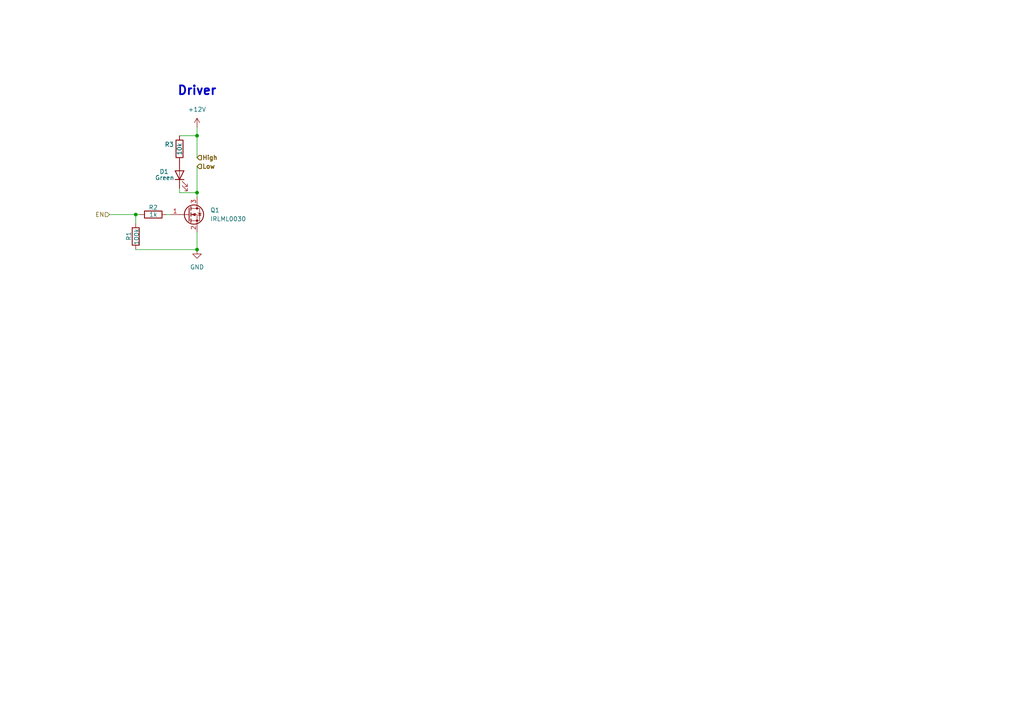
<source format=kicad_sch>
(kicad_sch (version 20231120) (generator "eeschema") (generator_version "8.0")
  (paper "A4")
  (lib_symbols
    (symbol "Device:LED" (pin_numbers hide) (pin_names (offset 1.016) hide)
      (property "Reference" "D" (at 0 2.54 0))
      (property "Value" "LED" (at 0 -2.54 0))
      (symbol "LED_0_1"
        (polyline (pts (xy -1.27 -1.27) (xy -1.27 1.27)) (stroke (width 0.254)))
        (polyline (pts (xy -1.27 0) (xy 1.27 0)))
        (polyline (pts (xy 1.27 -1.27) (xy 1.27 1.27) (xy -1.27 0) (xy 1.27 -1.27)) (stroke (width 0.254)))
        (polyline (pts (xy -3.048 -0.762) (xy -4.572 -2.286) (xy -3.81 -2.286) (xy -4.572 -2.286) (xy -4.572 -1.524)))
        (polyline (pts (xy -1.778 -0.762) (xy -3.302 -2.286) (xy -2.54 -2.286) (xy -3.302 -2.286) (xy -3.302 -1.524)))
      )
      (symbol "LED_1_1"
        (pin passive line (at -3.81 0 0) (length 2.54) (name "K") (number "1"))
        (pin passive line (at 3.81 0 180) (length 2.54) (name "A") (number "2"))
      )
    )
    (symbol "Device:R" (pin_numbers hide) (pin_names (offset 0))
      (property "Reference" "R" (at 2.032 0 90))
      (property "Value" "R" (at 0 0 90))
      (symbol "R_0_1"
        (rectangle (start -1.016 -2.54) (end 1.016 2.54) (stroke (width 0.254)))
      )
      (symbol "R_1_1"
        (pin passive line (at 0 3.81 270) (length 1.27) (name "~") (number "1"))
        (pin passive line (at 0 -3.81 90) (length 1.27) (name "~") (number "2"))
      )
    )
    (symbol "Transistor_FET:IRLML0030" (pin_names hide)
      (property "Reference" "Q" (at 5.08 1.905 0))
      (property "Value" "IRLML0030" (at 5.08 0 0))
      (symbol "IRLML0030_0_1"
        (polyline (pts (xy 0.254 0) (xy -2.54 0)))
        (polyline (pts (xy 0.254 1.905) (xy 0.254 -1.905)) (stroke (width 0.254)))
        (polyline (pts (xy 0.762 -1.27) (xy 0.762 -2.286)) (stroke (width 0.254)))
        (polyline (pts (xy 0.762 0.508) (xy 0.762 -0.508)) (stroke (width 0.254)))
        (polyline (pts (xy 0.762 2.286) (xy 0.762 1.27)) (stroke (width 0.254)))
        (polyline (pts (xy 2.54 2.54) (xy 2.54 1.778)))
        (polyline (pts (xy 2.54 -2.54) (xy 2.54 0) (xy 0.762 0)))
        (polyline (pts (xy 0.762 -1.778) (xy 3.302 -1.778) (xy 3.302 1.778) (xy 0.762 1.778)))
        (polyline (pts (xy 1.016 0) (xy 2.032 0.381) (xy 2.032 -0.381) (xy 1.016 0)) (fill (type outline)))
        (polyline (pts (xy 2.794 0.508) (xy 2.921 0.381) (xy 3.683 0.381) (xy 3.81 0.254)))
        (polyline (pts (xy 3.302 0.381) (xy 2.921 -0.254) (xy 3.683 -0.254) (xy 3.302 0.381)))
        (circle (center 1.651 0) (radius 2.794) (stroke (width 0.254)))
        (circle (center 2.54 -1.778) (radius 0.254) (fill (type outline)))
        (circle (center 2.54 1.778) (radius 0.254) (fill (type outline)))
      )
      (symbol "IRLML0030_1_1"
        (pin input line (at -5.08 0 0) (length 2.54) (name "G") (number "1"))
        (pin passive line (at 2.54 -5.08 90) (length 2.54) (name "S") (number "2"))
        (pin passive line (at 2.54 5.08 270) (length 2.54) (name "D") (number "3"))
      )
    )
    (symbol "power:+12V" (power) (pin_numbers hide) (pin_names (offset 0) hide)
      (property "Value" "+12V" (at 0 3.556 0))
      (symbol "+12V_0_1"
        (polyline (pts (xy -0.762 1.27) (xy 0 2.54)))
        (polyline (pts (xy 0 0) (xy 0 2.54)))
        (polyline (pts (xy 0 2.54) (xy 0.762 1.27)))
      )
      (symbol "+12V_1_1"
        (pin power_in line (at 0 0 90) (length 0) (name "~") (number "1"))
      )
    )
    (symbol "power:GND" (power) (pin_numbers hide) (pin_names (offset 0) hide)
      (property "Value" "GND" (at 0 -3.81 0))
      (symbol "GND_0_1"
        (polyline (pts (xy 0 0) (xy 0 -1.27) (xy 1.27 -1.27) (xy 0 -2.54) (xy -1.27 -1.27) (xy 0 -1.27)))
      )
      (symbol "GND_1_1"
        (pin power_in line (at 0 0 270) (length 0) (name "~") (number "1"))
      )
    )
  )
  (junction (at 57.15 39.37))
  (junction (at 57.15 72.39))
  (junction (at 57.15 55.88))
  (junction (at 39.37 62.23))
  (wire (pts (xy 31.75 62.23) (xy 39.37 62.23)))
  (wire (pts (xy 57.15 55.88) (xy 57.15 57.15)))
  (wire (pts (xy 57.15 67.31) (xy 57.15 72.39)))
  (wire (pts (xy 52.07 55.88) (xy 52.07 54.61)))
  (wire (pts (xy 40.64 62.23) (xy 39.37 62.23)))
  (wire (pts (xy 57.15 36.83) (xy 57.15 39.37)))
  (wire (pts (xy 57.15 45.72) (xy 57.15 39.37)))
  (wire (pts (xy 49.53 62.23) (xy 48.26 62.23)))
  (wire (pts (xy 39.37 72.39) (xy 57.15 72.39)))
  (wire (pts (xy 57.15 39.37) (xy 52.07 39.37)))
  (wire (pts (xy 57.15 55.88) (xy 52.07 55.88)))
  (wire (pts (xy 39.37 62.23) (xy 39.37 64.77)))
  (wire (pts (xy 57.15 48.26) (xy 57.15 55.88)))
  (text "Driver\n" (at 57.15 26.416 0) (effects (font (size 2.54 2.54) (thickness 0.508) (bold yes))))
  (hierarchical_label "High" (shape input) (at 57.15 45.72 0) (effects (font (thickness 0.254) (bold yes))))
  (hierarchical_label "Low" (shape input) (at 57.15 48.26 0) (effects (font (thickness 0.254) (bold yes))))
  (hierarchical_label "EN" (shape input) (at 31.75 62.23 180))
  (symbol (lib_id "Device:R") (at 39.37 68.58 0) (unit 1)
    (property "Reference" "R1" (at 37.338 69.85 90) (effects (justify left)))
    (property "Value" "100k" (at 39.624 71.12 90) (effects (justify left)))
    (property "Description" "Resistor" (effects (hide yes)))
  )
  (symbol (lib_id "Device:R") (at 44.45 62.23 90) (unit 1)
    (property "Reference" "R2" (at 44.45 60.198 90))
    (property "Value" "1k" (at 44.45 62.23 90))
    (property "Description" "Resistor" (effects (hide yes)))
  )
  (symbol (lib_id "power:GND") (at 57.15 72.39 0) (unit 1)
    (property "Reference" "#PWR02" (effects (hide yes)))
    (property "Value" "GND" (at 57.15 77.47 0))
    (property "Description" "Power symbol creates a global label with name \"GND\" , ground" (effects (hide yes)))
  )
  (symbol (lib_id "Transistor_FET:IRLML0030") (at 54.61 62.23 0) (unit 1)
    (property "Reference" "Q1" (at 60.96 60.9599 0) (effects (justify left)))
    (property "Value" "IRLML0030" (at 60.96 63.4999 0) (effects (justify left)))
    (property "Footprint" "Package_TO_SOT_SMD:SOT-23" (effects (hide yes)))
    (property "Datasheet" "https://www.infineon.com/dgdl/irlml0030pbf.pdf?fileId=5546d462533600a401535664773825df" (effects (hide yes)))
    (property "Description" "5.3A Id, 30V Vds, 27mOhm Rds, N-Channel HEXFET Power MOSFET, SOT-23" (effects (hide yes)))
  )
  (symbol (lib_id "power:+12V") (at 57.15 36.83 0) (unit 1)
    (property "Reference" "#PWR01" (effects (hide yes)))
    (property "Value" "+12V" (at 57.15 31.75 0))
    (property "Description" "Power symbol creates a global label with name \"+12V\"" (effects (hide yes)))
  )
  (symbol (lib_id "Device:LED") (at 52.07 50.8 90) (unit 1)
    (property "Reference" "D1" (at 46.228 49.784 90) (effects (justify right)))
    (property "Value" "Green" (at 44.958 51.562 90) (effects (justify right)))
    (property "Description" "Light emitting diode" (effects (hide yes)))
  )
  (symbol (lib_id "Device:R") (at 52.07 43.18 0) (mirror y) (unit 1)
    (property "Reference" "R3" (at 47.752 41.91 0) (effects (justify right)))
    (property "Value" "10k" (at 52.07 41.402 90) (effects (justify right)))
    (property "Description" "Resistor" (effects (hide yes)))
  )
)
</source>
